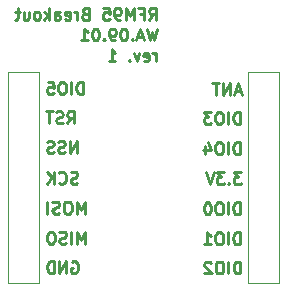
<source format=gbo>
G04 #@! TF.GenerationSoftware,KiCad,Pcbnew,(5.1.4)-1*
G04 #@! TF.CreationDate,2019-10-27T13:18:03+01:00*
G04 #@! TF.ProjectId,project,70726f6a-6563-4742-9e6b-696361645f70,rev?*
G04 #@! TF.SameCoordinates,Original*
G04 #@! TF.FileFunction,Legend,Bot*
G04 #@! TF.FilePolarity,Positive*
%FSLAX46Y46*%
G04 Gerber Fmt 4.6, Leading zero omitted, Abs format (unit mm)*
G04 Created by KiCad (PCBNEW (5.1.4)-1) date 2019-10-27 13:18:03*
%MOMM*%
%LPD*%
G04 APERTURE LIST*
%ADD10C,0.250000*%
%ADD11C,0.120000*%
G04 APERTURE END LIST*
D10*
X128618776Y-78534580D02*
X128952109Y-78058390D01*
X129190204Y-78534580D02*
X129190204Y-77534580D01*
X128809252Y-77534580D01*
X128714014Y-77582200D01*
X128666395Y-77629819D01*
X128618776Y-77725057D01*
X128618776Y-77867914D01*
X128666395Y-77963152D01*
X128714014Y-78010771D01*
X128809252Y-78058390D01*
X129190204Y-78058390D01*
X127856871Y-78010771D02*
X128190204Y-78010771D01*
X128190204Y-78534580D02*
X128190204Y-77534580D01*
X127714014Y-77534580D01*
X127333061Y-78534580D02*
X127333061Y-77534580D01*
X126999728Y-78248866D01*
X126666395Y-77534580D01*
X126666395Y-78534580D01*
X126142585Y-78534580D02*
X125952109Y-78534580D01*
X125856871Y-78486961D01*
X125809252Y-78439342D01*
X125714014Y-78296485D01*
X125666395Y-78106009D01*
X125666395Y-77725057D01*
X125714014Y-77629819D01*
X125761633Y-77582200D01*
X125856871Y-77534580D01*
X126047347Y-77534580D01*
X126142585Y-77582200D01*
X126190204Y-77629819D01*
X126237823Y-77725057D01*
X126237823Y-77963152D01*
X126190204Y-78058390D01*
X126142585Y-78106009D01*
X126047347Y-78153628D01*
X125856871Y-78153628D01*
X125761633Y-78106009D01*
X125714014Y-78058390D01*
X125666395Y-77963152D01*
X124761633Y-77534580D02*
X125237823Y-77534580D01*
X125285442Y-78010771D01*
X125237823Y-77963152D01*
X125142585Y-77915533D01*
X124904490Y-77915533D01*
X124809252Y-77963152D01*
X124761633Y-78010771D01*
X124714014Y-78106009D01*
X124714014Y-78344104D01*
X124761633Y-78439342D01*
X124809252Y-78486961D01*
X124904490Y-78534580D01*
X125142585Y-78534580D01*
X125237823Y-78486961D01*
X125285442Y-78439342D01*
X123190204Y-78010771D02*
X123047347Y-78058390D01*
X122999728Y-78106009D01*
X122952109Y-78201247D01*
X122952109Y-78344104D01*
X122999728Y-78439342D01*
X123047347Y-78486961D01*
X123142585Y-78534580D01*
X123523538Y-78534580D01*
X123523538Y-77534580D01*
X123190204Y-77534580D01*
X123094966Y-77582200D01*
X123047347Y-77629819D01*
X122999728Y-77725057D01*
X122999728Y-77820295D01*
X123047347Y-77915533D01*
X123094966Y-77963152D01*
X123190204Y-78010771D01*
X123523538Y-78010771D01*
X122523538Y-78534580D02*
X122523538Y-77867914D01*
X122523538Y-78058390D02*
X122475919Y-77963152D01*
X122428300Y-77915533D01*
X122333061Y-77867914D01*
X122237823Y-77867914D01*
X121523538Y-78486961D02*
X121618776Y-78534580D01*
X121809252Y-78534580D01*
X121904490Y-78486961D01*
X121952109Y-78391723D01*
X121952109Y-78010771D01*
X121904490Y-77915533D01*
X121809252Y-77867914D01*
X121618776Y-77867914D01*
X121523538Y-77915533D01*
X121475919Y-78010771D01*
X121475919Y-78106009D01*
X121952109Y-78201247D01*
X120618776Y-78534580D02*
X120618776Y-78010771D01*
X120666395Y-77915533D01*
X120761633Y-77867914D01*
X120952109Y-77867914D01*
X121047347Y-77915533D01*
X120618776Y-78486961D02*
X120714014Y-78534580D01*
X120952109Y-78534580D01*
X121047347Y-78486961D01*
X121094966Y-78391723D01*
X121094966Y-78296485D01*
X121047347Y-78201247D01*
X120952109Y-78153628D01*
X120714014Y-78153628D01*
X120618776Y-78106009D01*
X120142585Y-78534580D02*
X120142585Y-77534580D01*
X120047347Y-78153628D02*
X119761633Y-78534580D01*
X119761633Y-77867914D02*
X120142585Y-78248866D01*
X119190204Y-78534580D02*
X119285442Y-78486961D01*
X119333061Y-78439342D01*
X119380680Y-78344104D01*
X119380680Y-78058390D01*
X119333061Y-77963152D01*
X119285442Y-77915533D01*
X119190204Y-77867914D01*
X119047347Y-77867914D01*
X118952109Y-77915533D01*
X118904490Y-77963152D01*
X118856871Y-78058390D01*
X118856871Y-78344104D01*
X118904490Y-78439342D01*
X118952109Y-78486961D01*
X119047347Y-78534580D01*
X119190204Y-78534580D01*
X117999728Y-77867914D02*
X117999728Y-78534580D01*
X118428300Y-77867914D02*
X118428300Y-78391723D01*
X118380680Y-78486961D01*
X118285442Y-78534580D01*
X118142585Y-78534580D01*
X118047347Y-78486961D01*
X117999728Y-78439342D01*
X117666395Y-77867914D02*
X117285442Y-77867914D01*
X117523538Y-77534580D02*
X117523538Y-78391723D01*
X117475919Y-78486961D01*
X117380680Y-78534580D01*
X117285442Y-78534580D01*
X129285442Y-79284580D02*
X129047347Y-80284580D01*
X128856871Y-79570295D01*
X128666395Y-80284580D01*
X128428300Y-79284580D01*
X128094966Y-79998866D02*
X127618776Y-79998866D01*
X128190204Y-80284580D02*
X127856871Y-79284580D01*
X127523538Y-80284580D01*
X127190204Y-80189342D02*
X127142585Y-80236961D01*
X127190204Y-80284580D01*
X127237823Y-80236961D01*
X127190204Y-80189342D01*
X127190204Y-80284580D01*
X126523538Y-79284580D02*
X126428300Y-79284580D01*
X126333061Y-79332200D01*
X126285442Y-79379819D01*
X126237823Y-79475057D01*
X126190204Y-79665533D01*
X126190204Y-79903628D01*
X126237823Y-80094104D01*
X126285442Y-80189342D01*
X126333061Y-80236961D01*
X126428300Y-80284580D01*
X126523538Y-80284580D01*
X126618776Y-80236961D01*
X126666395Y-80189342D01*
X126714014Y-80094104D01*
X126761633Y-79903628D01*
X126761633Y-79665533D01*
X126714014Y-79475057D01*
X126666395Y-79379819D01*
X126618776Y-79332200D01*
X126523538Y-79284580D01*
X125714014Y-80284580D02*
X125523538Y-80284580D01*
X125428300Y-80236961D01*
X125380680Y-80189342D01*
X125285442Y-80046485D01*
X125237823Y-79856009D01*
X125237823Y-79475057D01*
X125285442Y-79379819D01*
X125333061Y-79332200D01*
X125428300Y-79284580D01*
X125618776Y-79284580D01*
X125714014Y-79332200D01*
X125761633Y-79379819D01*
X125809252Y-79475057D01*
X125809252Y-79713152D01*
X125761633Y-79808390D01*
X125714014Y-79856009D01*
X125618776Y-79903628D01*
X125428300Y-79903628D01*
X125333061Y-79856009D01*
X125285442Y-79808390D01*
X125237823Y-79713152D01*
X124809252Y-80189342D02*
X124761633Y-80236961D01*
X124809252Y-80284580D01*
X124856871Y-80236961D01*
X124809252Y-80189342D01*
X124809252Y-80284580D01*
X124142585Y-79284580D02*
X124047347Y-79284580D01*
X123952109Y-79332200D01*
X123904490Y-79379819D01*
X123856871Y-79475057D01*
X123809252Y-79665533D01*
X123809252Y-79903628D01*
X123856871Y-80094104D01*
X123904490Y-80189342D01*
X123952109Y-80236961D01*
X124047347Y-80284580D01*
X124142585Y-80284580D01*
X124237823Y-80236961D01*
X124285442Y-80189342D01*
X124333061Y-80094104D01*
X124380680Y-79903628D01*
X124380680Y-79665533D01*
X124333061Y-79475057D01*
X124285442Y-79379819D01*
X124237823Y-79332200D01*
X124142585Y-79284580D01*
X122856871Y-80284580D02*
X123428300Y-80284580D01*
X123142585Y-80284580D02*
X123142585Y-79284580D01*
X123237823Y-79427438D01*
X123333061Y-79522676D01*
X123428300Y-79570295D01*
X129190204Y-82034580D02*
X129190204Y-81367914D01*
X129190204Y-81558390D02*
X129142585Y-81463152D01*
X129094966Y-81415533D01*
X128999728Y-81367914D01*
X128904490Y-81367914D01*
X128190204Y-81986961D02*
X128285442Y-82034580D01*
X128475919Y-82034580D01*
X128571157Y-81986961D01*
X128618776Y-81891723D01*
X128618776Y-81510771D01*
X128571157Y-81415533D01*
X128475919Y-81367914D01*
X128285442Y-81367914D01*
X128190204Y-81415533D01*
X128142585Y-81510771D01*
X128142585Y-81606009D01*
X128618776Y-81701247D01*
X127809252Y-81367914D02*
X127571157Y-82034580D01*
X127333061Y-81367914D01*
X126952109Y-81939342D02*
X126904490Y-81986961D01*
X126952109Y-82034580D01*
X126999728Y-81986961D01*
X126952109Y-81939342D01*
X126952109Y-82034580D01*
X125190204Y-82034580D02*
X125761633Y-82034580D01*
X125475919Y-82034580D02*
X125475919Y-81034580D01*
X125571157Y-81177438D01*
X125666395Y-81272676D01*
X125761633Y-81320295D01*
X136346060Y-100010220D02*
X136346060Y-99010220D01*
X136107964Y-99010220D01*
X135965107Y-99057840D01*
X135869869Y-99153078D01*
X135822250Y-99248316D01*
X135774631Y-99438792D01*
X135774631Y-99581649D01*
X135822250Y-99772125D01*
X135869869Y-99867363D01*
X135965107Y-99962601D01*
X136107964Y-100010220D01*
X136346060Y-100010220D01*
X135346060Y-100010220D02*
X135346060Y-99010220D01*
X134679393Y-99010220D02*
X134488917Y-99010220D01*
X134393679Y-99057840D01*
X134298440Y-99153078D01*
X134250821Y-99343554D01*
X134250821Y-99676887D01*
X134298440Y-99867363D01*
X134393679Y-99962601D01*
X134488917Y-100010220D01*
X134679393Y-100010220D01*
X134774631Y-99962601D01*
X134869869Y-99867363D01*
X134917488Y-99676887D01*
X134917488Y-99343554D01*
X134869869Y-99153078D01*
X134774631Y-99057840D01*
X134679393Y-99010220D01*
X133869869Y-99105459D02*
X133822250Y-99057840D01*
X133727012Y-99010220D01*
X133488917Y-99010220D01*
X133393679Y-99057840D01*
X133346060Y-99105459D01*
X133298440Y-99200697D01*
X133298440Y-99295935D01*
X133346060Y-99438792D01*
X133917488Y-100010220D01*
X133298440Y-100010220D01*
X136318795Y-97538800D02*
X136318795Y-96538800D01*
X136080700Y-96538800D01*
X135937842Y-96586420D01*
X135842604Y-96681658D01*
X135794985Y-96776896D01*
X135747366Y-96967372D01*
X135747366Y-97110229D01*
X135794985Y-97300705D01*
X135842604Y-97395943D01*
X135937842Y-97491181D01*
X136080700Y-97538800D01*
X136318795Y-97538800D01*
X135318795Y-97538800D02*
X135318795Y-96538800D01*
X134652128Y-96538800D02*
X134461652Y-96538800D01*
X134366414Y-96586420D01*
X134271176Y-96681658D01*
X134223557Y-96872134D01*
X134223557Y-97205467D01*
X134271176Y-97395943D01*
X134366414Y-97491181D01*
X134461652Y-97538800D01*
X134652128Y-97538800D01*
X134747366Y-97491181D01*
X134842604Y-97395943D01*
X134890223Y-97205467D01*
X134890223Y-96872134D01*
X134842604Y-96681658D01*
X134747366Y-96586420D01*
X134652128Y-96538800D01*
X133271176Y-97538800D02*
X133842604Y-97538800D01*
X133556890Y-97538800D02*
X133556890Y-96538800D01*
X133652128Y-96681658D01*
X133747366Y-96776896D01*
X133842604Y-96824515D01*
X136318795Y-94993720D02*
X136318795Y-93993720D01*
X136080700Y-93993720D01*
X135937842Y-94041340D01*
X135842604Y-94136578D01*
X135794985Y-94231816D01*
X135747366Y-94422292D01*
X135747366Y-94565149D01*
X135794985Y-94755625D01*
X135842604Y-94850863D01*
X135937842Y-94946101D01*
X136080700Y-94993720D01*
X136318795Y-94993720D01*
X135318795Y-94993720D02*
X135318795Y-93993720D01*
X134652128Y-93993720D02*
X134461652Y-93993720D01*
X134366414Y-94041340D01*
X134271176Y-94136578D01*
X134223557Y-94327054D01*
X134223557Y-94660387D01*
X134271176Y-94850863D01*
X134366414Y-94946101D01*
X134461652Y-94993720D01*
X134652128Y-94993720D01*
X134747366Y-94946101D01*
X134842604Y-94850863D01*
X134890223Y-94660387D01*
X134890223Y-94327054D01*
X134842604Y-94136578D01*
X134747366Y-94041340D01*
X134652128Y-93993720D01*
X133604509Y-93993720D02*
X133509271Y-93993720D01*
X133414033Y-94041340D01*
X133366414Y-94088959D01*
X133318795Y-94184197D01*
X133271176Y-94374673D01*
X133271176Y-94612768D01*
X133318795Y-94803244D01*
X133366414Y-94898482D01*
X133414033Y-94946101D01*
X133509271Y-94993720D01*
X133604509Y-94993720D01*
X133699747Y-94946101D01*
X133747366Y-94898482D01*
X133794985Y-94803244D01*
X133842604Y-94612768D01*
X133842604Y-94374673D01*
X133794985Y-94184197D01*
X133747366Y-94088959D01*
X133699747Y-94041340D01*
X133604509Y-93993720D01*
X136414033Y-91448640D02*
X135794985Y-91448640D01*
X136128318Y-91829593D01*
X135985461Y-91829593D01*
X135890223Y-91877212D01*
X135842604Y-91924831D01*
X135794985Y-92020069D01*
X135794985Y-92258164D01*
X135842604Y-92353402D01*
X135890223Y-92401021D01*
X135985461Y-92448640D01*
X136271175Y-92448640D01*
X136366414Y-92401021D01*
X136414033Y-92353402D01*
X135366414Y-92353402D02*
X135318795Y-92401021D01*
X135366414Y-92448640D01*
X135414033Y-92401021D01*
X135366414Y-92353402D01*
X135366414Y-92448640D01*
X134985461Y-91448640D02*
X134366414Y-91448640D01*
X134699747Y-91829593D01*
X134556890Y-91829593D01*
X134461652Y-91877212D01*
X134414033Y-91924831D01*
X134366414Y-92020069D01*
X134366414Y-92258164D01*
X134414033Y-92353402D01*
X134461652Y-92401021D01*
X134556890Y-92448640D01*
X134842604Y-92448640D01*
X134937842Y-92401021D01*
X134985461Y-92353402D01*
X134080699Y-91448640D02*
X133747366Y-92448640D01*
X133414033Y-91448640D01*
X136318795Y-89906100D02*
X136318795Y-88906100D01*
X136080700Y-88906100D01*
X135937842Y-88953720D01*
X135842604Y-89048958D01*
X135794985Y-89144196D01*
X135747366Y-89334672D01*
X135747366Y-89477529D01*
X135794985Y-89668005D01*
X135842604Y-89763243D01*
X135937842Y-89858481D01*
X136080700Y-89906100D01*
X136318795Y-89906100D01*
X135318795Y-89906100D02*
X135318795Y-88906100D01*
X134652128Y-88906100D02*
X134461652Y-88906100D01*
X134366414Y-88953720D01*
X134271176Y-89048958D01*
X134223557Y-89239434D01*
X134223557Y-89572767D01*
X134271176Y-89763243D01*
X134366414Y-89858481D01*
X134461652Y-89906100D01*
X134652128Y-89906100D01*
X134747366Y-89858481D01*
X134842604Y-89763243D01*
X134890223Y-89572767D01*
X134890223Y-89239434D01*
X134842604Y-89048958D01*
X134747366Y-88953720D01*
X134652128Y-88906100D01*
X133366414Y-89239434D02*
X133366414Y-89906100D01*
X133604509Y-88858481D02*
X133842604Y-89572767D01*
X133223557Y-89572767D01*
X136318795Y-87361020D02*
X136318795Y-86361020D01*
X136080700Y-86361020D01*
X135937842Y-86408640D01*
X135842604Y-86503878D01*
X135794985Y-86599116D01*
X135747366Y-86789592D01*
X135747366Y-86932449D01*
X135794985Y-87122925D01*
X135842604Y-87218163D01*
X135937842Y-87313401D01*
X136080700Y-87361020D01*
X136318795Y-87361020D01*
X135318795Y-87361020D02*
X135318795Y-86361020D01*
X134652128Y-86361020D02*
X134461652Y-86361020D01*
X134366414Y-86408640D01*
X134271176Y-86503878D01*
X134223557Y-86694354D01*
X134223557Y-87027687D01*
X134271176Y-87218163D01*
X134366414Y-87313401D01*
X134461652Y-87361020D01*
X134652128Y-87361020D01*
X134747366Y-87313401D01*
X134842604Y-87218163D01*
X134890223Y-87027687D01*
X134890223Y-86694354D01*
X134842604Y-86503878D01*
X134747366Y-86408640D01*
X134652128Y-86361020D01*
X133890223Y-86361020D02*
X133271176Y-86361020D01*
X133604509Y-86741973D01*
X133461652Y-86741973D01*
X133366414Y-86789592D01*
X133318795Y-86837211D01*
X133271176Y-86932449D01*
X133271176Y-87170544D01*
X133318795Y-87265782D01*
X133366414Y-87313401D01*
X133461652Y-87361020D01*
X133747366Y-87361020D01*
X133842604Y-87313401D01*
X133890223Y-87265782D01*
X136366413Y-84575946D02*
X135890223Y-84575946D01*
X136461651Y-84861660D02*
X136128318Y-83861660D01*
X135794984Y-84861660D01*
X135461651Y-84861660D02*
X135461651Y-83861660D01*
X134890223Y-84861660D01*
X134890223Y-83861660D01*
X134556889Y-83861660D02*
X133985461Y-83861660D01*
X134271175Y-84861660D02*
X134271175Y-83861660D01*
X122075095Y-99029900D02*
X122170333Y-98982280D01*
X122313190Y-98982280D01*
X122456047Y-99029900D01*
X122551285Y-99125138D01*
X122598904Y-99220376D01*
X122646523Y-99410852D01*
X122646523Y-99553709D01*
X122598904Y-99744185D01*
X122551285Y-99839423D01*
X122456047Y-99934661D01*
X122313190Y-99982280D01*
X122217952Y-99982280D01*
X122075095Y-99934661D01*
X122027476Y-99887042D01*
X122027476Y-99553709D01*
X122217952Y-99553709D01*
X121598904Y-99982280D02*
X121598904Y-98982280D01*
X121027476Y-99982280D01*
X121027476Y-98982280D01*
X120551285Y-99982280D02*
X120551285Y-98982280D01*
X120313190Y-98982280D01*
X120170333Y-99029900D01*
X120075095Y-99125138D01*
X120027476Y-99220376D01*
X119979857Y-99410852D01*
X119979857Y-99553709D01*
X120027476Y-99744185D01*
X120075095Y-99839423D01*
X120170333Y-99934661D01*
X120313190Y-99982280D01*
X120551285Y-99982280D01*
X123170333Y-97490540D02*
X123170333Y-96490540D01*
X122837000Y-97204826D01*
X122503667Y-96490540D01*
X122503667Y-97490540D01*
X122027476Y-97490540D02*
X122027476Y-96490540D01*
X121598905Y-97442921D02*
X121456048Y-97490540D01*
X121217952Y-97490540D01*
X121122714Y-97442921D01*
X121075095Y-97395302D01*
X121027476Y-97300064D01*
X121027476Y-97204826D01*
X121075095Y-97109588D01*
X121122714Y-97061969D01*
X121217952Y-97014350D01*
X121408429Y-96966731D01*
X121503667Y-96919112D01*
X121551286Y-96871493D01*
X121598905Y-96776255D01*
X121598905Y-96681017D01*
X121551286Y-96585779D01*
X121503667Y-96538160D01*
X121408429Y-96490540D01*
X121170333Y-96490540D01*
X121027476Y-96538160D01*
X120408429Y-96490540D02*
X120217952Y-96490540D01*
X120122714Y-96538160D01*
X120027476Y-96633398D01*
X119979857Y-96823874D01*
X119979857Y-97157207D01*
X120027476Y-97347683D01*
X120122714Y-97442921D01*
X120217952Y-97490540D01*
X120408429Y-97490540D01*
X120503667Y-97442921D01*
X120598905Y-97347683D01*
X120646524Y-97157207D01*
X120646524Y-96823874D01*
X120598905Y-96633398D01*
X120503667Y-96538160D01*
X120408429Y-96490540D01*
X123156833Y-94942920D02*
X123156833Y-93942920D01*
X122823500Y-94657206D01*
X122490167Y-93942920D01*
X122490167Y-94942920D01*
X121823500Y-93942920D02*
X121633024Y-93942920D01*
X121537786Y-93990540D01*
X121442548Y-94085778D01*
X121394929Y-94276254D01*
X121394929Y-94609587D01*
X121442548Y-94800063D01*
X121537786Y-94895301D01*
X121633024Y-94942920D01*
X121823500Y-94942920D01*
X121918738Y-94895301D01*
X122013976Y-94800063D01*
X122061595Y-94609587D01*
X122061595Y-94276254D01*
X122013976Y-94085778D01*
X121918738Y-93990540D01*
X121823500Y-93942920D01*
X121013976Y-94895301D02*
X120871119Y-94942920D01*
X120633024Y-94942920D01*
X120537786Y-94895301D01*
X120490167Y-94847682D01*
X120442548Y-94752444D01*
X120442548Y-94657206D01*
X120490167Y-94561968D01*
X120537786Y-94514349D01*
X120633024Y-94466730D01*
X120823500Y-94419111D01*
X120918738Y-94371492D01*
X120966357Y-94323873D01*
X121013976Y-94228635D01*
X121013976Y-94133397D01*
X120966357Y-94038159D01*
X120918738Y-93990540D01*
X120823500Y-93942920D01*
X120585405Y-93942920D01*
X120442548Y-93990540D01*
X120013976Y-94942920D02*
X120013976Y-93942920D01*
X122551285Y-92365461D02*
X122408428Y-92413080D01*
X122170333Y-92413080D01*
X122075095Y-92365461D01*
X122027476Y-92317842D01*
X121979857Y-92222604D01*
X121979857Y-92127366D01*
X122027476Y-92032128D01*
X122075095Y-91984509D01*
X122170333Y-91936890D01*
X122360809Y-91889271D01*
X122456047Y-91841652D01*
X122503666Y-91794033D01*
X122551285Y-91698795D01*
X122551285Y-91603557D01*
X122503666Y-91508319D01*
X122456047Y-91460700D01*
X122360809Y-91413080D01*
X122122714Y-91413080D01*
X121979857Y-91460700D01*
X120979857Y-92317842D02*
X121027476Y-92365461D01*
X121170333Y-92413080D01*
X121265571Y-92413080D01*
X121408428Y-92365461D01*
X121503666Y-92270223D01*
X121551285Y-92174985D01*
X121598904Y-91984509D01*
X121598904Y-91841652D01*
X121551285Y-91651176D01*
X121503666Y-91555938D01*
X121408428Y-91460700D01*
X121265571Y-91413080D01*
X121170333Y-91413080D01*
X121027476Y-91460700D01*
X120979857Y-91508319D01*
X120551285Y-92413080D02*
X120551285Y-91413080D01*
X119979857Y-92413080D02*
X120408428Y-91841652D01*
X119979857Y-91413080D02*
X120551285Y-91984509D01*
X122503666Y-89796880D02*
X122503666Y-88796880D01*
X121932238Y-89796880D01*
X121932238Y-88796880D01*
X121503666Y-89749261D02*
X121360809Y-89796880D01*
X121122714Y-89796880D01*
X121027476Y-89749261D01*
X120979857Y-89701642D01*
X120932238Y-89606404D01*
X120932238Y-89511166D01*
X120979857Y-89415928D01*
X121027476Y-89368309D01*
X121122714Y-89320690D01*
X121313190Y-89273071D01*
X121408428Y-89225452D01*
X121456047Y-89177833D01*
X121503666Y-89082595D01*
X121503666Y-88987357D01*
X121456047Y-88892119D01*
X121408428Y-88844500D01*
X121313190Y-88796880D01*
X121075095Y-88796880D01*
X120932238Y-88844500D01*
X120551285Y-89749261D02*
X120408428Y-89796880D01*
X120170333Y-89796880D01*
X120075095Y-89749261D01*
X120027476Y-89701642D01*
X119979857Y-89606404D01*
X119979857Y-89511166D01*
X120027476Y-89415928D01*
X120075095Y-89368309D01*
X120170333Y-89320690D01*
X120360809Y-89273071D01*
X120456047Y-89225452D01*
X120503666Y-89177833D01*
X120551285Y-89082595D01*
X120551285Y-88987357D01*
X120503666Y-88892119D01*
X120456047Y-88844500D01*
X120360809Y-88796880D01*
X120122714Y-88796880D01*
X119979857Y-88844500D01*
X121694143Y-87294980D02*
X122027476Y-86818790D01*
X122265571Y-87294980D02*
X122265571Y-86294980D01*
X121884619Y-86294980D01*
X121789381Y-86342600D01*
X121741762Y-86390219D01*
X121694143Y-86485457D01*
X121694143Y-86628314D01*
X121741762Y-86723552D01*
X121789381Y-86771171D01*
X121884619Y-86818790D01*
X122265571Y-86818790D01*
X121313190Y-87247361D02*
X121170333Y-87294980D01*
X120932238Y-87294980D01*
X120837000Y-87247361D01*
X120789381Y-87199742D01*
X120741762Y-87104504D01*
X120741762Y-87009266D01*
X120789381Y-86914028D01*
X120837000Y-86866409D01*
X120932238Y-86818790D01*
X121122714Y-86771171D01*
X121217952Y-86723552D01*
X121265571Y-86675933D01*
X121313190Y-86580695D01*
X121313190Y-86485457D01*
X121265571Y-86390219D01*
X121217952Y-86342600D01*
X121122714Y-86294980D01*
X120884619Y-86294980D01*
X120741762Y-86342600D01*
X120456047Y-86294980D02*
X119884619Y-86294980D01*
X120170333Y-87294980D02*
X120170333Y-86294980D01*
X123027475Y-84821020D02*
X123027475Y-83821020D01*
X122789380Y-83821020D01*
X122646523Y-83868640D01*
X122551285Y-83963878D01*
X122503666Y-84059116D01*
X122456047Y-84249592D01*
X122456047Y-84392449D01*
X122503666Y-84582925D01*
X122551285Y-84678163D01*
X122646523Y-84773401D01*
X122789380Y-84821020D01*
X123027475Y-84821020D01*
X122027475Y-84821020D02*
X122027475Y-83821020D01*
X121360809Y-83821020D02*
X121170332Y-83821020D01*
X121075094Y-83868640D01*
X120979856Y-83963878D01*
X120932237Y-84154354D01*
X120932237Y-84487687D01*
X120979856Y-84678163D01*
X121075094Y-84773401D01*
X121170332Y-84821020D01*
X121360809Y-84821020D01*
X121456047Y-84773401D01*
X121551285Y-84678163D01*
X121598904Y-84487687D01*
X121598904Y-84154354D01*
X121551285Y-83963878D01*
X121456047Y-83868640D01*
X121360809Y-83821020D01*
X120027475Y-83821020D02*
X120503666Y-83821020D01*
X120551285Y-84297211D01*
X120503666Y-84249592D01*
X120408428Y-84201973D01*
X120170332Y-84201973D01*
X120075094Y-84249592D01*
X120027475Y-84297211D01*
X119979856Y-84392449D01*
X119979856Y-84630544D01*
X120027475Y-84725782D01*
X120075094Y-84773401D01*
X120170332Y-84821020D01*
X120408428Y-84821020D01*
X120503666Y-84773401D01*
X120551285Y-84725782D01*
D11*
X116640300Y-100847200D02*
X119300300Y-100847200D01*
X119300300Y-100847200D02*
X119300300Y-82947200D01*
X116640300Y-100847200D02*
X116640300Y-82947200D01*
X116640300Y-82947200D02*
X119300300Y-82947200D01*
X136973000Y-100847200D02*
X139633000Y-100847200D01*
X139633000Y-100847200D02*
X139633000Y-82947200D01*
X136973000Y-100847200D02*
X136973000Y-82947200D01*
X136973000Y-82947200D02*
X139633000Y-82947200D01*
M02*

</source>
